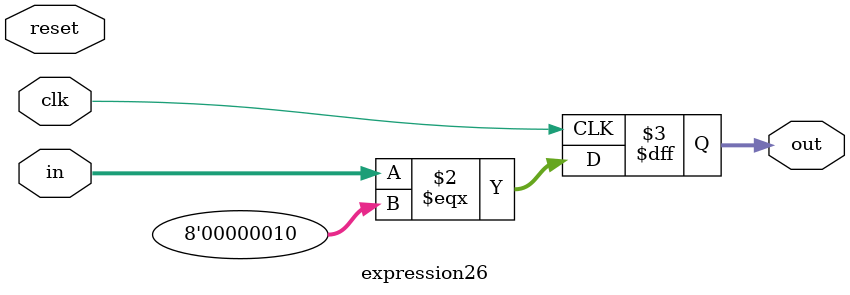
<source format=v>
module expression26
  #(parameter integer WIDTH = 8)
  (input wire             reset,
   input wire             clk,
   input wire [WIDTH-1:0] in,
   output reg [WIDTH-1:0] out);

   always @(posedge clk) out <= in === 2;

endmodule

</source>
